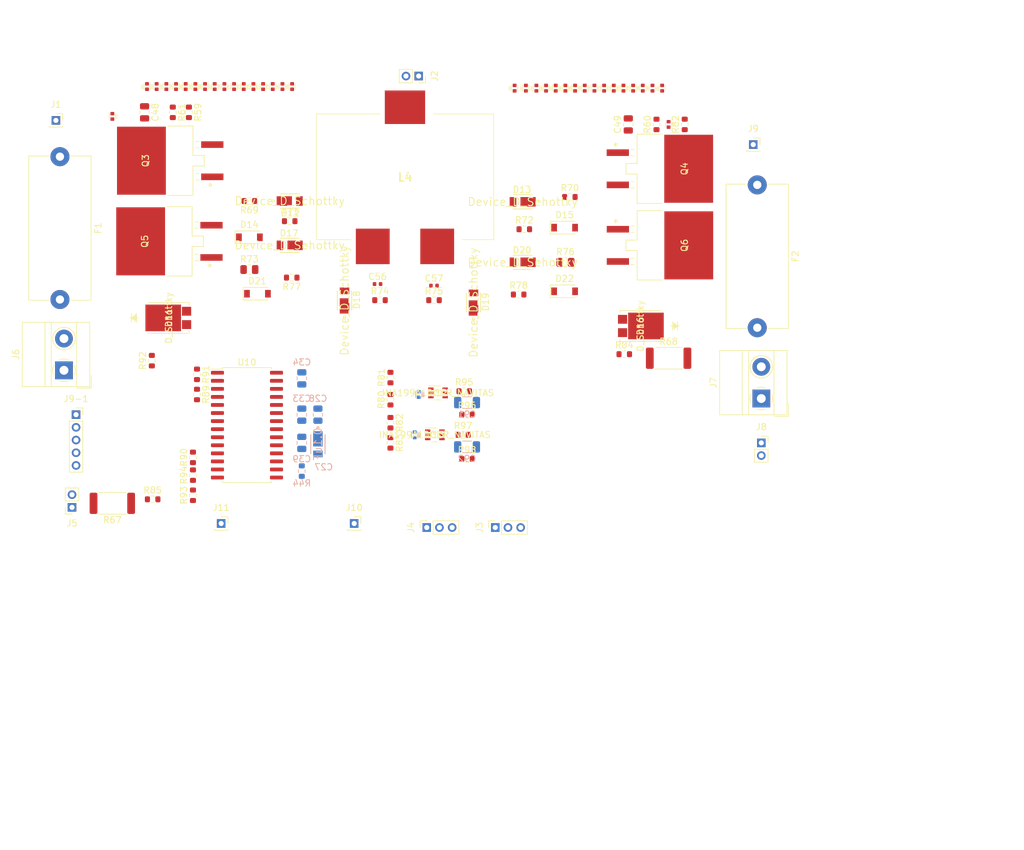
<source format=kicad_pcb>
(kicad_pcb (version 20171130) (host pcbnew "(5.1.10)-1")
  (layers (0 F.Cu signal) (31 B.Cu signal) (34 B.Paste user) (35 F.Paste user) (36 B.SilkS user) (37 F.SilkS user) (38 B.Mask user) (39 F.Mask user) (44 Edge.Cuts user))
  (net 0 "")
  (net 1 GND)
  (net 2 +5V)
  (net 3 "Net-(C28-Pad1)")
  (net 4 HSA)
  (net 5 "Net-(C34-Pad2)")
  (net 6 "Net-(C39-Pad2)")
  (net 7 HSB)
  (net 8 "Net-(C47-Pad2)")
  (net 9 Vin_Sense)
  (net 10 Vout_Sense)
  (net 11 "Net-(C50-Pad2)")
  (net 12 "Net-(C56-Pad1)")
  (net 13 "Net-(C57-Pad1)")
  (net 14 "Net-(C91-Pad2)")
  (net 15 "Net-(C91-Pad1)")
  (net 16 "Net-(C92-Pad1)")
  (net 17 "Net-(C92-Pad2)")
  (net 18 "Net-(D14-Pad2)")
  (net 19 HOA)
  (net 20 HOB)
  (net 21 "Net-(D15-Pad2)")
  (net 22 "Net-(D21-Pad2)")
  (net 23 LOA)
  (net 24 LOB)
  (net 25 "Net-(D22-Pad2)")
  (net 26 "Net-(F1-Pad2)")
  (net 27 "Net-(F2-Pad2)")
  (net 28 "Net-(J3-Pad3)")
  (net 29 "Net-(J3-Pad2)")
  (net 30 "Net-(J3-Pad1)")
  (net 31 "Net-(J4-Pad1)")
  (net 32 "Net-(J4-Pad2)")
  (net 33 "Net-(J4-Pad3)")
  (net 34 Iin_Sense-)
  (net 35 Iin_Sense+)
  (net 36 Iout_Sense+)
  (net 37 Iout_Sense-)
  (net 38 "Net-(J9-1-Pad1)")
  (net 39 "Net-(J9-1-Pad2)")
  (net 40 "Net-(J9-1-Pad3)")
  (net 41 "Net-(J9-1-Pad4)")
  (net 42 "Net-(J9-1-Pad5)")
  (net 43 "Net-(Q5-Pad1)")
  (net 44 "Net-(Q6-Pad1)")
  (net 45 "Net-(R44-Pad2)")
  (net 46 "Net-(R80-Pad2)")
  (net 47 "Net-(R82-Pad2)")
  (net 48 "Net-(R89-Pad1)")
  (net 49 "Net-(R90-Pad1)")
  (net 50 "Net-(R91-Pad2)")
  (net 51 "Net-(R92-Pad2)")
  (net 52 "Net-(R93-Pad1)")
  (net 53 "Net-(R94-Pad1)")
  (net 54 "Net-(U10-Pad4)")
  (net 55 "Net-(U10-Pad11)")
  (net 56 "Net-(U10-Pad15)")
  (module Connector_PinSocket_2.00mm:PinSocket_1x01_P2.00mm_Vertical (layer F.Cu) (at 129.54 123.19)
    (fp_text reference J11 (at 0 -2.5) (layer F.SilkS))
    (fp_text value 5V_conn)
    (pad 1 thru_hole rect (at 0 0) (size 1.35 1.35) (drill 0.8) (layers *.Cu *.Mask) (net 2 +5V))
  )
  (module IRF8010STRLPBF:IRF8010STRLPBF (layer F.Cu) (at 200.0377 79.375 270)
    (fp_text reference Q6 (at 0 -2.5 90) (layer F.SilkS))
    (fp_text value 2N7002)
    (fp_text user * (at -3.81 8.001 90) (layer F.SilkS))
    (fp_text user * (at -3.81 8.001 90) (layer F.SilkS))
    (pad 3 smd rect (at 0 -3.1623 270) (size 10.7188 7.6962) (layers F.Cu F.Paste F.Mask) (net 7 HSB))
    (pad 2 smd rect (at 2.54 8.001 270) (size 1.0414 3.5052) (layers F.Cu F.Paste F.Mask) (net 1 GND))
    (pad 1 smd rect (at -2.54 8.001 270) (size 1.0414 3.5052) (layers F.Cu F.Paste F.Mask) (net 44 "Net-(Q6-Pad1)"))
  )
  (module IRF8010STRLPBF:IRF8010STRLPBF (layer F.Cu) (at 200.025 67.31 270)
    (fp_text reference Q4 (at 0 -2.5 90) (layer F.SilkS))
    (fp_text value 2N7002)
    (fp_text user * (at -3.81 8.001 90) (layer F.SilkS))
    (fp_text user * (at -3.81 8.001 90) (layer F.SilkS))
    (pad 3 smd rect (at 0 -3.1623 270) (size 10.7188 7.6962) (layers F.Cu F.Paste F.Mask) (net 11 "Net-(C50-Pad2)"))
    (pad 2 smd rect (at 2.54 8.001 270) (size 1.0414 3.5052) (layers F.Cu F.Paste F.Mask) (net 7 HSB))
    (pad 1 smd rect (at -2.54 8.001 270) (size 1.0414 3.5052) (layers F.Cu F.Paste F.Mask) (net 21 "Net-(D15-Pad2)"))
  )
  (module IRF8010STRLPBF:IRF8010STRLPBF (layer F.Cu) (at 120.015 78.74 90)
    (fp_text reference Q5 (at 0 -2.5 90) (layer F.SilkS))
    (fp_text value 2N7002)
    (fp_text user * (at -3.81 8.001 90) (layer F.SilkS))
    (fp_text user * (at -3.81 8.001 90) (layer F.SilkS))
    (pad 3 smd rect (at 0 -3.1623 90) (size 10.7188 7.6962) (layers F.Cu F.Paste F.Mask) (net 4 HSA))
    (pad 2 smd rect (at 2.54 8.001 90) (size 1.0414 3.5052) (layers F.Cu F.Paste F.Mask) (net 1 GND))
    (pad 1 smd rect (at -2.54 8.001 90) (size 1.0414 3.5052) (layers F.Cu F.Paste F.Mask) (net 43 "Net-(Q5-Pad1)"))
  )
  (module IRF8010STRLPBF:IRF8010STRLPBF (layer F.Cu) (at 120.142 66.04 90)
    (fp_text reference Q3 (at 0 -2.5 90) (layer F.SilkS))
    (fp_text value 2N7002)
    (fp_text user * (at -3.81 8.001 90) (layer F.SilkS))
    (fp_text user * (at -3.81 8.001 90) (layer F.SilkS))
    (pad 3 smd rect (at 0 -3.1623 90) (size 10.7188 7.6962) (layers F.Cu F.Paste F.Mask) (net 8 "Net-(C47-Pad2)"))
    (pad 2 smd rect (at 2.54 8.001 90) (size 1.0414 3.5052) (layers F.Cu F.Paste F.Mask) (net 4 HSA))
    (pad 1 smd rect (at -2.54 8.001 90) (size 1.0414 3.5052) (layers F.Cu F.Paste F.Mask) (net 18 "Net-(D14-Pad2)"))
  )
  (module DFLS1200-7:Diodes_Inc.-PowerDI123-03_2017-0-MFG (layer B.Cu) (at 144.78 110.704999 90)
    (fp_text reference C27 (at -3.595001 -0.635 180) (layer B.SilkS) (effects (justify right mirror)))
    (fp_text value 0.1uF (at 0 0 90) (layer B.SilkS) (effects (font (size 1.27 1.27)) (justify mirror)))
    (pad 1 smd rect (at 0.849999 0 90) (size 2.4 1.5) (layers B.Cu B.Paste B.Mask) (net 1 GND))
    (pad 2 smd rect (at -1.525 0 90) (size 1.05 1.5) (layers B.Cu B.Paste B.Mask) (net 2 +5V))
  )
  (module Capacitor_SMD:C_0805_2012Metric (layer B.Cu) (at 144.78 106.045 90)
    (fp_text reference C28 (at 2.54 0 180) (layer B.SilkS) (effects (justify mirror)))
    (fp_text value 1uF)
    (pad 1 smd roundrect (at -0.95 0 90) (size 1 1.45) (layers B.Cu B.Paste B.Mask) (net 3 "Net-(C28-Pad1)"))
    (pad 2 smd roundrect (at 0.95 0 90) (size 1 1.45) (layers B.Cu B.Paste B.Mask) (net 1 GND))
  )
  (module Capacitor_SMD:C_0805_2012Metric (layer B.Cu) (at 142.24 106.045 90)
    (fp_text reference C33 (at 2.54 0) (layer B.SilkS) (effects (justify mirror)))
    (fp_text value 1uF)
    (pad 2 smd roundrect (at 0.95 0 90) (size 1 1.45) (layers B.Cu B.Paste B.Mask) (net 1 GND))
    (pad 1 smd roundrect (at -0.95 0 90) (size 1 1.45) (layers B.Cu B.Paste B.Mask) (net 3 "Net-(C28-Pad1)"))
  )
  (module Capacitor_SMD:C_0805_2012Metric (layer B.Cu) (at 142.24 100.33 270)
    (fp_text reference C34 (at -2.54 0) (layer B.SilkS) (effects (justify mirror)))
    (fp_text value 0.47uF)
    (pad 1 smd roundrect (at -0.95 0 270) (size 1 1.45) (layers B.Cu B.Paste B.Mask) (net 4 HSA))
    (pad 2 smd roundrect (at 0.95 0 270) (size 1 1.45) (layers B.Cu B.Paste B.Mask) (net 5 "Net-(C34-Pad2)"))
  )
  (module Capacitor_SMD:C_0805_2012Metric (layer B.Cu) (at 142.24 110.49 90)
    (fp_text reference C39 (at -2.54 0 180) (layer B.SilkS) (effects (justify mirror)))
    (fp_text value 0.47uF)
    (pad 2 smd roundrect (at 0.95 0 90) (size 1 1.45) (layers B.Cu B.Paste B.Mask) (net 6 "Net-(C39-Pad2)"))
    (pad 1 smd roundrect (at -0.95 0 90) (size 1 1.45) (layers B.Cu B.Paste B.Mask) (net 7 HSB))
  )
  (module CL05A225MQ5NNNC:CAPC1005X55N (layer F.Cu) (at 112.395 59.055 270)
    (fp_text reference C47 (at -0.038306 -0.758223 90) (layer F.SilkS) (effects (font (size 0.241854 0.241854))))
    (fp_text value 2.2uF)
    (pad 1 smd roundrect (at -0.43 0 270) (size 0.54 0.6) (layers F.Cu F.Paste F.Mask) (roundrect_rratio 0.14) (net 1 GND))
    (pad 2 smd roundrect (at 0.43 0 270) (size 0.54 0.6) (layers F.Cu F.Paste F.Mask) (roundrect_rratio 0.14) (net 8 "Net-(C47-Pad2)"))
  )
  (module Capacitor_SMD:C_0805_2012Metric (layer F.Cu) (at 117.475 58.42 270)
    (fp_text reference C48 (at 0 -1.68 90) (layer F.SilkS))
    (fp_text value .01uF)
    (pad 1 smd roundrect (at -0.95 0 270) (size 1 1.45) (layers F.Cu F.Paste F.Mask) (net 1 GND))
    (pad 2 smd roundrect (at 0.95 0 270) (size 1 1.45) (layers F.Cu F.Paste F.Mask) (net 9 Vin_Sense))
  )
  (module Capacitor_SMD:C_0805_2012Metric (layer F.Cu) (at 193.675 60.325 90)
    (fp_text reference C49 (at 0 -1.68 90) (layer F.SilkS))
    (fp_text value .01uF)
    (pad 2 smd roundrect (at 0.95 0 90) (size 1 1.45) (layers F.Cu F.Paste F.Mask) (net 10 Vout_Sense))
    (pad 1 smd roundrect (at -0.95 0 90) (size 1 1.45) (layers F.Cu F.Paste F.Mask) (net 1 GND))
  )
  (module CL05A225MQ5NNNC:CAPC1005X55N (layer F.Cu) (at 200.025 60.325 270)
    (fp_text reference C50 (at -0.038306 -0.758223 90) (layer F.SilkS) (effects (font (size 0.241854 0.241854))))
    (fp_text value 2.2uF)
    (pad 2 smd roundrect (at 0.43 0 270) (size 0.54 0.6) (layers F.Cu F.Paste F.Mask) (roundrect_rratio 0.14) (net 11 "Net-(C50-Pad2)"))
    (pad 1 smd roundrect (at -0.43 0 270) (size 0.54 0.6) (layers F.Cu F.Paste F.Mask) (roundrect_rratio 0.14) (net 1 GND))
  )
  (module CL05A225MQ5NNNC:CAPC1005X55N (layer F.Cu) (at 117.856 54.356 90)
    (fp_text reference C51 (at -0.038306 -0.758223 90) (layer F.SilkS) (effects (font (size 0.241854 0.241854))))
    (fp_text value 2.2uF)
    (pad 2 smd roundrect (at 0.43 0 90) (size 0.54 0.6) (layers F.Cu F.Paste F.Mask) (roundrect_rratio 0.14) (net 8 "Net-(C47-Pad2)"))
    (pad 1 smd roundrect (at -0.43 0 90) (size 0.54 0.6) (layers F.Cu F.Paste F.Mask) (roundrect_rratio 0.14) (net 1 GND))
  )
  (module CL05A225MQ5NNNC:CAPC1005X55N (layer F.Cu) (at 175.768 54.61 90)
    (fp_text reference C52 (at -0.038306 -0.758223 90) (layer F.SilkS) (effects (font (size 0.241854 0.241854))))
    (fp_text value 2.2uF)
    (pad 1 smd roundrect (at -0.43 0 90) (size 0.54 0.6) (layers F.Cu F.Paste F.Mask) (roundrect_rratio 0.14) (net 1 GND))
    (pad 2 smd roundrect (at 0.43 0 90) (size 0.54 0.6) (layers F.Cu F.Paste F.Mask) (roundrect_rratio 0.14) (net 11 "Net-(C50-Pad2)"))
  )
  (module CL05A225MQ5NNNC:CAPC1005X55N (layer F.Cu) (at 119.38 54.356 90)
    (fp_text reference C53 (at -0.038306 -0.758223 90) (layer F.SilkS) (effects (font (size 0.241854 0.241854))))
    (fp_text value 2.2uF)
    (pad 1 smd roundrect (at -0.43 0 90) (size 0.54 0.6) (layers F.Cu F.Paste F.Mask) (roundrect_rratio 0.14) (net 1 GND))
    (pad 2 smd roundrect (at 0.43 0 90) (size 0.54 0.6) (layers F.Cu F.Paste F.Mask) (roundrect_rratio 0.14) (net 8 "Net-(C47-Pad2)"))
  )
  (module CL05A225MQ5NNNC:CAPC1005X55N (layer F.Cu) (at 177.546 54.61 90)
    (fp_text reference C54 (at -0.038306 -0.758223 90) (layer F.SilkS) (effects (font (size 0.241854 0.241854))))
    (fp_text value 2.2uF)
    (pad 2 smd roundrect (at 0.43 0 90) (size 0.54 0.6) (layers F.Cu F.Paste F.Mask) (roundrect_rratio 0.14) (net 11 "Net-(C50-Pad2)"))
    (pad 1 smd roundrect (at -0.43 0 90) (size 0.54 0.6) (layers F.Cu F.Paste F.Mask) (roundrect_rratio 0.14) (net 1 GND))
  )
  (module CL05A225MQ5NNNC:CAPC1005X55N (layer F.Cu) (at 120.904 54.356 90)
    (fp_text reference C55 (at -0.038306 -0.758223 90) (layer F.SilkS) (effects (font (size 0.241854 0.241854))))
    (fp_text value 2.2uF)
    (pad 2 smd roundrect (at 0.43 0 90) (size 0.54 0.6) (layers F.Cu F.Paste F.Mask) (roundrect_rratio 0.14) (net 8 "Net-(C47-Pad2)"))
    (pad 1 smd roundrect (at -0.43 0 90) (size 0.54 0.6) (layers F.Cu F.Paste F.Mask) (roundrect_rratio 0.14) (net 1 GND))
  )
  (module Capacitor_SMD:C_0402_1005Metric (layer F.Cu) (at 154.178 85.471)
    (fp_text reference C56 (at 0 -1.16) (layer F.SilkS))
    (fp_text value 470pF)
    (pad 2 smd roundrect (at 0.48 0) (size 0.56 0.62) (layers F.Cu F.Paste F.Mask) (net 4 HSA))
    (pad 1 smd roundrect (at -0.48 0) (size 0.56 0.62) (layers F.Cu F.Paste F.Mask) (net 12 "Net-(C56-Pad1)"))
  )
  (module Capacitor_SMD:C_0402_1005Metric (layer F.Cu) (at 163.068 85.725)
    (fp_text reference C57 (at 0 -1.16) (layer F.SilkS))
    (fp_text value 470pF)
    (pad 1 smd roundrect (at -0.48 0) (size 0.56 0.62) (layers F.Cu F.Paste F.Mask) (net 13 "Net-(C57-Pad1)"))
    (pad 2 smd roundrect (at 0.48 0) (size 0.56 0.62) (layers F.Cu F.Paste F.Mask) (net 7 HSB))
  )
  (module CL05A225MQ5NNNC:CAPC1005X55N (layer F.Cu) (at 179.197 54.61 90)
    (fp_text reference C58 (at -0.038306 -0.758223 90) (layer F.SilkS) (effects (font (size 0.241854 0.241854))))
    (fp_text value 2.2uF)
    (pad 1 smd roundrect (at -0.43 0 90) (size 0.54 0.6) (layers F.Cu F.Paste F.Mask) (roundrect_rratio 0.14) (net 1 GND))
    (pad 2 smd roundrect (at 0.43 0 90) (size 0.54 0.6) (layers F.Cu F.Paste F.Mask) (roundrect_rratio 0.14) (net 11 "Net-(C50-Pad2)"))
  )
  (module CL05A225MQ5NNNC:CAPC1005X55N (layer F.Cu) (at 122.428 54.356 90)
    (fp_text reference C59 (at -0.038306 -0.758223 90) (layer F.SilkS) (effects (font (size 0.241854 0.241854))))
    (fp_text value 2.2uF)
    (pad 1 smd roundrect (at -0.43 0 90) (size 0.54 0.6) (layers F.Cu F.Paste F.Mask) (roundrect_rratio 0.14) (net 1 GND))
    (pad 2 smd roundrect (at 0.43 0 90) (size 0.54 0.6) (layers F.Cu F.Paste F.Mask) (roundrect_rratio 0.14) (net 8 "Net-(C47-Pad2)"))
  )
  (module CL05A225MQ5NNNC:CAPC1005X55N (layer F.Cu) (at 180.721 54.61 90)
    (fp_text reference C60 (at -0.038306 -0.758223 90) (layer F.SilkS) (effects (font (size 0.241854 0.241854))))
    (fp_text value 2.2uF)
    (pad 2 smd roundrect (at 0.43 0 90) (size 0.54 0.6) (layers F.Cu F.Paste F.Mask) (roundrect_rratio 0.14) (net 11 "Net-(C50-Pad2)"))
    (pad 1 smd roundrect (at -0.43 0 90) (size 0.54 0.6) (layers F.Cu F.Paste F.Mask) (roundrect_rratio 0.14) (net 1 GND))
  )
  (module CL05A225MQ5NNNC:CAPC1005X55N (layer F.Cu) (at 182.245 54.61 90)
    (fp_text reference C61 (at -0.038306 -0.758223 90) (layer F.SilkS) (effects (font (size 0.241854 0.241854))))
    (fp_text value 2.2uF)
    (pad 1 smd roundrect (at -0.43 0 90) (size 0.54 0.6) (layers F.Cu F.Paste F.Mask) (roundrect_rratio 0.14) (net 1 GND))
    (pad 2 smd roundrect (at 0.43 0 90) (size 0.54 0.6) (layers F.Cu F.Paste F.Mask) (roundrect_rratio 0.14) (net 11 "Net-(C50-Pad2)"))
  )
  (module CL05A225MQ5NNNC:CAPC1005X55N (layer F.Cu) (at 123.952 54.356 90)
    (fp_text reference C62 (at -0.038306 -0.758223 90) (layer F.SilkS) (effects (font (size 0.241854 0.241854))))
    (fp_text value 2.2uF)
    (pad 1 smd roundrect (at -0.43 0 90) (size 0.54 0.6) (layers F.Cu F.Paste F.Mask) (roundrect_rratio 0.14) (net 1 GND))
    (pad 2 smd roundrect (at 0.43 0 90) (size 0.54 0.6) (layers F.Cu F.Paste F.Mask) (roundrect_rratio 0.14) (net 8 "Net-(C47-Pad2)"))
  )
  (module CL05A225MQ5NNNC:CAPC1005X55N (layer F.Cu) (at 125.476 54.356 90)
    (fp_text reference C63 (at -0.038306 -0.758223 90) (layer F.SilkS) (effects (font (size 0.241854 0.241854))))
    (fp_text value 2.2uF)
    (pad 1 smd roundrect (at -0.43 0 90) (size 0.54 0.6) (layers F.Cu F.Paste F.Mask) (roundrect_rratio 0.14) (net 1 GND))
    (pad 2 smd roundrect (at 0.43 0 90) (size 0.54 0.6) (layers F.Cu F.Paste F.Mask) (roundrect_rratio 0.14) (net 8 "Net-(C47-Pad2)"))
  )
  (module CL05A225MQ5NNNC:CAPC1005X55N (layer F.Cu) (at 183.769 54.61 90)
    (fp_text reference C64 (at -0.038306 -0.758223 90) (layer F.SilkS) (effects (font (size 0.241854 0.241854))))
    (fp_text value 2.2uF)
    (pad 2 smd roundrect (at 0.43 0 90) (size 0.54 0.6) (layers F.Cu F.Paste F.Mask) (roundrect_rratio 0.14) (net 11 "Net-(C50-Pad2)"))
    (pad 1 smd roundrect (at -0.43 0 90) (size 0.54 0.6) (layers F.Cu F.Paste F.Mask) (roundrect_rratio 0.14) (net 1 GND))
  )
  (module CL05A225MQ5NNNC:CAPC1005X55N (layer F.Cu) (at 127 54.356 90)
    (fp_text reference C65 (at -0.038306 -0.758223 90) (layer F.SilkS) (effects (font (size 0.241854 0.241854))))
    (fp_text value 2.2uF)
    (pad 2 smd roundrect (at 0.43 0 90) (size 0.54 0.6) (layers F.Cu F.Paste F.Mask) (roundrect_rratio 0.14) (net 8 "Net-(C47-Pad2)"))
    (pad 1 smd roundrect (at -0.43 0 90) (size 0.54 0.6) (layers F.Cu F.Paste F.Mask) (roundrect_rratio 0.14) (net 1 GND))
  )
  (module CL05A225MQ5NNNC:CAPC1005X55N (layer F.Cu) (at 185.293 54.61 90)
    (fp_text reference C66 (at -0.038306 -0.758223 90) (layer F.SilkS) (effects (font (size 0.241854 0.241854))))
    (fp_text value 2.2uF)
    (pad 1 smd roundrect (at -0.43 0 90) (size 0.54 0.6) (layers F.Cu F.Paste F.Mask) (roundrect_rratio 0.14) (net 1 GND))
    (pad 2 smd roundrect (at 0.43 0 90) (size 0.54 0.6) (layers F.Cu F.Paste F.Mask) (roundrect_rratio 0.14) (net 11 "Net-(C50-Pad2)"))
  )
  (module CL05A225MQ5NNNC:CAPC1005X55N (layer F.Cu) (at 128.524 54.356 90)
    (fp_text reference C67 (at -0.038306 -0.758223 90) (layer F.SilkS) (effects (font (size 0.241854 0.241854))))
    (fp_text value 2.2uF)
    (pad 1 smd roundrect (at -0.43 0 90) (size 0.54 0.6) (layers F.Cu F.Paste F.Mask) (roundrect_rratio 0.14) (net 1 GND))
    (pad 2 smd roundrect (at 0.43 0 90) (size 0.54 0.6) (layers F.Cu F.Paste F.Mask) (roundrect_rratio 0.14) (net 8 "Net-(C47-Pad2)"))
  )
  (module CL05A225MQ5NNNC:CAPC1005X55N (layer F.Cu) (at 186.817 54.61 90)
    (fp_text reference C68 (at -0.038306 -0.758223 90) (layer F.SilkS) (effects (font (size 0.241854 0.241854))))
    (fp_text value 2.2uF)
    (pad 2 smd roundrect (at 0.43 0 90) (size 0.54 0.6) (layers F.Cu F.Paste F.Mask) (roundrect_rratio 0.14) (net 11 "Net-(C50-Pad2)"))
    (pad 1 smd roundrect (at -0.43 0 90) (size 0.54 0.6) (layers F.Cu F.Paste F.Mask) (roundrect_rratio 0.14) (net 1 GND))
  )
  (module CL05A225MQ5NNNC:CAPC1005X55N (layer F.Cu) (at 130.048 54.356 90)
    (fp_text reference C69 (at -0.038306 -0.758223 90) (layer F.SilkS) (effects (font (size 0.241854 0.241854))))
    (fp_text value 2.2uF)
    (pad 2 smd roundrect (at 0.43 0 90) (size 0.54 0.6) (layers F.Cu F.Paste F.Mask) (roundrect_rratio 0.14) (net 8 "Net-(C47-Pad2)"))
    (pad 1 smd roundrect (at -0.43 0 90) (size 0.54 0.6) (layers F.Cu F.Paste F.Mask) (roundrect_rratio 0.14) (net 1 GND))
  )
  (module CL05A225MQ5NNNC:CAPC1005X55N (layer F.Cu) (at 188.341 54.61 90)
    (fp_text reference C70 (at -0.038306 -0.758223 90) (layer F.SilkS) (effects (font (size 0.241854 0.241854))))
    (fp_text value 2.2uF)
    (pad 1 smd roundrect (at -0.43 0 90) (size 0.54 0.6) (layers F.Cu F.Paste F.Mask) (roundrect_rratio 0.14) (net 1 GND))
    (pad 2 smd roundrect (at 0.43 0 90) (size 0.54 0.6) (layers F.Cu F.Paste F.Mask) (roundrect_rratio 0.14) (net 11 "Net-(C50-Pad2)"))
  )
  (module CL05A225MQ5NNNC:CAPC1005X55N (layer F.Cu) (at 131.572 54.356 90)
    (fp_text reference C71 (at -0.038306 -0.758223 90) (layer F.SilkS) (effects (font (size 0.241854 0.241854))))
    (fp_text value 2.2uF)
    (pad 2 smd roundrect (at 0.43 0 90) (size 0.54 0.6) (layers F.Cu F.Paste F.Mask) (roundrect_rratio 0.14) (net 8 "Net-(C47-Pad2)"))
    (pad 1 smd roundrect (at -0.43 0 90) (size 0.54 0.6) (layers F.Cu F.Paste F.Mask) (roundrect_rratio 0.14) (net 1 GND))
  )
  (module CL05A225MQ5NNNC:CAPC1005X55N (layer F.Cu) (at 189.865 54.61 90)
    (fp_text reference C72 (at -0.038306 -0.758223 90) (layer F.SilkS) (effects (font (size 0.241854 0.241854))))
    (fp_text value 2.2uF)
    (pad 2 smd roundrect (at 0.43 0 90) (size 0.54 0.6) (layers F.Cu F.Paste F.Mask) (roundrect_rratio 0.14) (net 11 "Net-(C50-Pad2)"))
    (pad 1 smd roundrect (at -0.43 0 90) (size 0.54 0.6) (layers F.Cu F.Paste F.Mask) (roundrect_rratio 0.14) (net 1 GND))
  )
  (module CL05A225MQ5NNNC:CAPC1005X55N (layer F.Cu) (at 133.096 54.356 90)
    (fp_text reference C73 (at -0.038306 -0.758223 90) (layer F.SilkS) (effects (font (size 0.241854 0.241854))))
    (fp_text value 2.2uF)
    (pad 2 smd roundrect (at 0.43 0 90) (size 0.54 0.6) (layers F.Cu F.Paste F.Mask) (roundrect_rratio 0.14) (net 8 "Net-(C47-Pad2)"))
    (pad 1 smd roundrect (at -0.43 0 90) (size 0.54 0.6) (layers F.Cu F.Paste F.Mask) (roundrect_rratio 0.14) (net 1 GND))
  )
  (module CL05A225MQ5NNNC:CAPC1005X55N (layer F.Cu) (at 191.389 54.61 90)
    (fp_text reference C74 (at -0.038306 -0.758223 90) (layer F.SilkS) (effects (font (size 0.241854 0.241854))))
    (fp_text value 2.2uF)
    (pad 1 smd roundrect (at -0.43 0 90) (size 0.54 0.6) (layers F.Cu F.Paste F.Mask) (roundrect_rratio 0.14) (net 1 GND))
    (pad 2 smd roundrect (at 0.43 0 90) (size 0.54 0.6) (layers F.Cu F.Paste F.Mask) (roundrect_rratio 0.14) (net 11 "Net-(C50-Pad2)"))
  )
  (module CL05A225MQ5NNNC:CAPC1005X55N (layer F.Cu) (at 134.62 54.356 90)
    (fp_text reference C75 (at -0.038306 -0.758223 90) (layer F.SilkS) (effects (font (size 0.241854 0.241854))))
    (fp_text value 2.2uF)
    (pad 1 smd roundrect (at -0.43 0 90) (size 0.54 0.6) (layers F.Cu F.Paste F.Mask) (roundrect_rratio 0.14) (net 1 GND))
    (pad 2 smd roundrect (at 0.43 0 90) (size 0.54 0.6) (layers F.Cu F.Paste F.Mask) (roundrect_rratio 0.14) (net 8 "Net-(C47-Pad2)"))
  )
  (module CL05A225MQ5NNNC:CAPC1005X55N (layer F.Cu) (at 192.913 54.61 90)
    (fp_text reference C76 (at -0.038306 -0.758223 90) (layer F.SilkS) (effects (font (size 0.241854 0.241854))))
    (fp_text value 2.2uF)
    (pad 2 smd roundrect (at 0.43 0 90) (size 0.54 0.6) (layers F.Cu F.Paste F.Mask) (roundrect_rratio 0.14) (net 11 "Net-(C50-Pad2)"))
    (pad 1 smd roundrect (at -0.43 0 90) (size 0.54 0.6) (layers F.Cu F.Paste F.Mask) (roundrect_rratio 0.14) (net 1 GND))
  )
  (module CL05A225MQ5NNNC:CAPC1005X55N (layer F.Cu) (at 136.144 54.356 90)
    (fp_text reference C77 (at -0.038306 -0.758223 90) (layer F.SilkS) (effects (font (size 0.241854 0.241854))))
    (fp_text value 2.2uF)
    (pad 2 smd roundrect (at 0.43 0 90) (size 0.54 0.6) (layers F.Cu F.Paste F.Mask) (roundrect_rratio 0.14) (net 8 "Net-(C47-Pad2)"))
    (pad 1 smd roundrect (at -0.43 0 90) (size 0.54 0.6) (layers F.Cu F.Paste F.Mask) (roundrect_rratio 0.14) (net 1 GND))
  )
  (module CL05A225MQ5NNNC:CAPC1005X55N (layer F.Cu) (at 194.437 54.61 90)
    (fp_text reference C78 (at -0.038306 -0.758223 90) (layer F.SilkS) (effects (font (size 0.241854 0.241854))))
    (fp_text value 2.2uF)
    (pad 1 smd roundrect (at -0.43 0 90) (size 0.54 0.6) (layers F.Cu F.Paste F.Mask) (roundrect_rratio 0.14) (net 1 GND))
    (pad 2 smd roundrect (at 0.43 0 90) (size 0.54 0.6) (layers F.Cu F.Paste F.Mask) (roundrect_rratio 0.14) (net 11 "Net-(C50-Pad2)"))
  )
  (module CL05A225MQ5NNNC:CAPC1005X55N (layer F.Cu) (at 137.668 54.356 90)
    (fp_text reference C79 (at -0.038306 -0.758223 90) (layer F.SilkS) (effects (font (size 0.241854 0.241854))))
    (fp_text value 2.2uF)
    (pad 1 smd roundrect (at -0.43 0 90) (size 0.54 0.6) (layers F.Cu F.Paste F.Mask) (roundrect_rratio 0.14) (net 1 GND))
    (pad 2 smd roundrect (at 0.43 0 90) (size 0.54 0.6) (layers F.Cu F.Paste F.Mask) (roundrect_rratio 0.14) (net 8 "Net-(C47-Pad2)"))
  )
  (module CL05A225MQ5NNNC:CAPC1005X55N (layer F.Cu) (at 195.961 54.61 90)
    (fp_text reference C80 (at -0.038306 -0.758223 90) (layer F.SilkS) (effects (font (size 0.241854 0.241854))))
    (fp_text value 2.2uF)
    (pad 2 smd roundrect (at 0.43 0 90) (size 0.54 0.6) (layers F.Cu F.Paste F.Mask) (roundrect_rratio 0.14) (net 11 "Net-(C50-Pad2)"))
    (pad 1 smd roundrect (at -0.43 0 90) (size 0.54 0.6) (layers F.Cu F.Paste F.Mask) (roundrect_rratio 0.14) (net 1 GND))
  )
  (module CL05A225MQ5NNNC:CAPC1005X55N (layer F.Cu) (at 139.192 54.356 90)
    (fp_text reference C81 (at -0.038306 -0.758223 90) (layer F.SilkS) (effects (font (size 0.241854 0.241854))))
    (fp_text value 2.2uF)
    (pad 1 smd roundrect (at -0.43 0 90) (size 0.54 0.6) (layers F.Cu F.Paste F.Mask) (roundrect_rratio 0.14) (net 1 GND))
    (pad 2 smd roundrect (at 0.43 0 90) (size 0.54 0.6) (layers F.Cu F.Paste F.Mask) (roundrect_rratio 0.14) (net 8 "Net-(C47-Pad2)"))
  )
  (module CL05A225MQ5NNNC:CAPC1005X55N (layer F.Cu) (at 197.485 54.61 90)
    (fp_text reference C82 (at -0.038306 -0.758223 90) (layer F.SilkS) (effects (font (size 0.241854 0.241854))))
    (fp_text value 2.2uF)
    (pad 2 smd roundrect (at 0.43 0 90) (size 0.54 0.6) (layers F.Cu F.Paste F.Mask) (roundrect_rratio 0.14) (net 11 "Net-(C50-Pad2)"))
    (pad 1 smd roundrect (at -0.43 0 90) (size 0.54 0.6) (layers F.Cu F.Paste F.Mask) (roundrect_rratio 0.14) (net 1 GND))
  )
  (module CL05A225MQ5NNNC:CAPC1005X55N (layer F.Cu) (at 140.716 54.356 90)
    (fp_text reference C83 (at -0.038306 -0.758223 90) (layer F.SilkS) (effects (font (size 0.241854 0.241854))))
    (fp_text value 2.2uF)
    (pad 2 smd roundrect (at 0.43 0 90) (size 0.54 0.6) (layers F.Cu F.Paste F.Mask) (roundrect_rratio 0.14) (net 8 "Net-(C47-Pad2)"))
    (pad 1 smd roundrect (at -0.43 0 90) (size 0.54 0.6) (layers F.Cu F.Paste F.Mask) (roundrect_rratio 0.14) (net 1 GND))
  )
  (module CL05A225MQ5NNNC:CAPC1005X55N (layer F.Cu) (at 199.009 54.61 90)
    (fp_text reference C84 (at -0.038306 -0.758223 90) (layer F.SilkS) (effects (font (size 0.241854 0.241854))))
    (fp_text value 2.2uF)
    (pad 1 smd roundrect (at -0.43 0 90) (size 0.54 0.6) (layers F.Cu F.Paste F.Mask) (roundrect_rratio 0.14) (net 1 GND))
    (pad 2 smd roundrect (at 0.43 0 90) (size 0.54 0.6) (layers F.Cu F.Paste F.Mask) (roundrect_rratio 0.14) (net 11 "Net-(C50-Pad2)"))
  )
  (module CL05A104KA5NNNC:CAPC1005X55N (layer B.Cu) (at 160.655 102.87 90)
    (fp_text reference C89 (at -0.038306 0.758223 90) (layer B.SilkS) (effects (font (size 0.241854 0.241854)) (justify mirror)))
    (fp_text value .1uF)
    (pad 2 smd roundrect (at 0.43 0 90) (size 0.54 0.6) (layers B.Cu B.Paste B.Mask) (roundrect_rratio 0.14) (net 1 GND))
    (pad 1 smd roundrect (at -0.43 0 90) (size 0.54 0.6) (layers B.Cu B.Paste B.Mask) (roundrect_rratio 0.14) (net 2 +5V))
  )
  (module Capacitor_SMD:C_1206_3216Metric (layer B.Cu) (at 168.275 104.14)
    (fp_text reference C91 (at 0 1.85) (layer B.SilkS) (effects (justify mirror)))
    (fp_text value 10uF)
    (pad 2 smd roundrect (at 1.475 0) (size 1.15 1.8) (layers B.Cu B.Paste B.Mask) (roundrect_rratio 0.217391) (net 14 "Net-(C91-Pad2)"))
    (pad 1 smd roundrect (at -1.475 0) (size 1.15 1.8) (layers B.Cu B.Paste B.Mask) (roundrect_rratio 0.217391) (net 15 "Net-(C91-Pad1)"))
  )
  (module Capacitor_SMD:C_1206_3216Metric (layer B.Cu) (at 168.275 111.125)
    (fp_text reference C92 (at 0 1.85) (layer B.SilkS) (effects (justify mirror)))
    (fp_text value 10uF)
    (pad 1 smd roundrect (at -1.475 0) (size 1.15 1.8) (layers B.Cu B.Paste B.Mask) (roundrect_rratio 0.217391) (net 16 "Net-(C92-Pad1)"))
    (pad 2 smd roundrect (at 1.475 0) (size 1.15 1.8) (layers B.Cu B.Paste B.Mask) (roundrect_rratio 0.217391) (net 17 "Net-(C92-Pad2)"))
  )
  (module CL05A104KA5NNNC:CAPC1005X55N (layer B.Cu) (at 160.02 109.22 90)
    (fp_text reference C99 (at -0.038306 0.758223 90) (layer B.SilkS) (effects (font (size 0.241854 0.241854)) (justify mirror)))
    (fp_text value .1uF)
    (pad 1 smd roundrect (at -0.43 0 90) (size 0.54 0.6) (layers B.Cu B.Paste B.Mask) (roundrect_rratio 0.14) (net 2 +5V))
    (pad 2 smd roundrect (at 0.43 0 90) (size 0.54 0.6) (layers B.Cu B.Paste B.Mask) (roundrect_rratio 0.14) (net 1 GND))
  )
  (module fsv201:FSV10100V (layer F.Cu) (at 121.285 90.805 90)
    (fp_text reference D11 (at 0 0 90) (layer F.SilkS))
    (fp_text value D_Schottky (at 0 0 90) (layer F.SilkS))
    (fp_text user * (at 0 0 90) (layer F.SilkS))
    (pad 3 smd rect (at 0 -0.8763 180) (size 5.6134 4.191) (layers F.Cu F.Paste F.Mask))
    (pad 2 smd rect (at -1.05 2.8067 180) (size 1.4478 1.397) (layers F.Cu F.Paste F.Mask) (net 1 GND))
    (pad 1 smd rect (at 1.05 2.8067 180) (size 1.4478 1.397) (layers F.Cu F.Paste F.Mask) (net 8 "Net-(C47-Pad2)"))
  )
  (module DFLS1200-7:Diodes_Inc.-PowerDI123-03_2017-0-MFG (layer F.Cu) (at 140.335 72.39 180)
    (fp_text reference D12 (at -1.65 -1.915) (layer F.SilkS) (effects (justify right)))
    (fp_text value Device_D_Schottky (at 0 0) (layer F.SilkS) (effects (font (size 1.27 1.27))))
    (pad 2 smd rect (at -1.525 0 180) (size 1.05 1.5) (layers F.Cu F.Paste F.Mask) (net 4 HSA))
    (pad 1 smd rect (at 0.849999 0 180) (size 2.4 1.5) (layers F.Cu F.Paste F.Mask) (net 8 "Net-(C47-Pad2)"))
  )
  (module DFLS1200-7:Diodes_Inc.-PowerDI123-03_2017-0-MFG (layer F.Cu) (at 177.038 72.517)
    (fp_text reference D13 (at -1.65 -1.915) (layer F.SilkS) (effects (justify left)))
    (fp_text value Device_D_Schottky (at 0 0) (layer F.SilkS) (effects (font (size 1.27 1.27))))
    (pad 1 smd rect (at 0.849999 0) (size 2.4 1.5) (layers F.Cu F.Paste F.Mask) (net 11 "Net-(C50-Pad2)"))
    (pad 2 smd rect (at -1.525 0) (size 1.05 1.5) (layers F.Cu F.Paste F.Mask) (net 7 HSB))
  )
  (module Diode_SMD:D_SOD-123 (layer F.Cu) (at 133.985 78.105)
    (fp_text reference D14 (at 0 -2) (layer F.SilkS))
    (fp_text value Device_D_Schottky)
    (pad 2 smd rect (at 1.65 0) (size 0.9 1.2) (layers F.Cu F.Paste F.Mask) (net 18 "Net-(D14-Pad2)"))
    (pad 1 smd rect (at -1.65 0) (size 0.9 1.2) (layers F.Cu F.Paste F.Mask) (net 19 HOA))
  )
  (module Diode_SMD:D_SOD-123 (layer F.Cu) (at 183.642 76.581)
    (fp_text reference D15 (at 0 -2) (layer F.SilkS))
    (fp_text value D_Schottky)
    (pad 1 smd rect (at -1.65 0) (size 0.9 1.2) (layers F.Cu F.Paste F.Mask) (net 20 HOB))
    (pad 2 smd rect (at 1.65 0) (size 0.9 1.2) (layers F.Cu F.Paste F.Mask) (net 21 "Net-(D15-Pad2)"))
  )
  (module fsv201:FSV10100V (layer F.Cu) (at 195.58 92.075 270)
    (fp_text reference D16 (at 0 0 90) (layer F.SilkS))
    (fp_text value D_Schottky (at 0 0 90) (layer F.SilkS))
    (fp_text user * (at 0 0 90) (layer F.SilkS))
    (pad 1 smd rect (at 1.05 2.8067) (size 1.4478 1.397) (layers F.Cu F.Paste F.Mask) (net 11 "Net-(C50-Pad2)"))
    (pad 2 smd rect (at -1.05 2.8067) (size 1.4478 1.397) (layers F.Cu F.Paste F.Mask) (net 1 GND))
    (pad 3 smd rect (at 0 -0.8763) (size 5.6134 4.191) (layers F.Cu F.Paste F.Mask))
  )
  (module DFLS1200-7:Diodes_Inc.-PowerDI123-03_2017-0-MFG (layer F.Cu) (at 140.335 79.375)
    (fp_text reference D17 (at -1.65 -1.915) (layer F.SilkS) (effects (justify left)))
    (fp_text value Device_D_Schottky (at 0 0) (layer F.SilkS) (effects (font (size 1.27 1.27))))
    (pad 2 smd rect (at -1.525 0) (size 1.05 1.5) (layers F.Cu F.Paste F.Mask) (net 1 GND))
    (pad 1 smd rect (at 0.849999 0) (size 2.4 1.5) (layers F.Cu F.Paste F.Mask) (net 4 HSA))
  )
  (module DFLS1200-7:Diodes_Inc.-PowerDI123-03_2017-0-MFG (layer F.Cu) (at 148.971 88.068001 270)
    (fp_text reference D18 (at -1.65 -1.915 90) (layer F.SilkS) (effects (justify right)))
    (fp_text value Device_D_Schottky (at 0 0 90) (layer F.SilkS) (effects (font (size 1.27 1.27))))
    (pad 1 smd rect (at 0.849999 0 270) (size 2.4 1.5) (layers F.Cu F.Paste F.Mask) (net 1 GND))
    (pad 2 smd rect (at -1.525 0 270) (size 1.05 1.5) (layers F.Cu F.Paste F.Mask) (net 12 "Net-(C56-Pad1)"))
  )
  (module DFLS1200-7:Diodes_Inc.-PowerDI123-03_2017-0-MFG (layer F.Cu) (at 169.291 88.392 270)
    (fp_text reference D19 (at -1.65 -1.915 90) (layer F.SilkS) (effects (justify right)))
    (fp_text value Device_D_Schottky (at 0 0 90) (layer F.SilkS) (effects (font (size 1.27 1.27))))
    (pad 2 smd rect (at -1.525 0 270) (size 1.05 1.5) (layers F.Cu F.Paste F.Mask) (net 13 "Net-(C57-Pad1)"))
    (pad 1 smd rect (at 0.849999 0 270) (size 2.4 1.5) (layers F.Cu F.Paste F.Mask) (net 1 GND))
  )
  (module DFLS1200-7:Diodes_Inc.-PowerDI123-03_2017-0-MFG (layer F.Cu) (at 177.038 82.042)
    (fp_text reference D20 (at -1.65 -1.915) (layer F.SilkS) (effects (justify left)))
    (fp_text value Device_D_Schottky (at 0 0) (layer F.SilkS) (effects (font (size 1.27 1.27))))
    (pad 1 smd rect (at 0.849999 0) (size 2.4 1.5) (layers F.Cu F.Paste F.Mask) (net 7 HSB))
    (pad 2 smd rect (at -1.525 0) (size 1.05 1.5) (layers F.Cu F.Paste F.Mask) (net 1 GND))
  )
  (module Diode_SMD:D_SOD-123 (layer F.Cu) (at 135.255 86.995)
    (fp_text reference D21 (at 0 -2) (layer F.SilkS))
    (fp_text value D_Schottky)
    (pad 2 smd rect (at 1.65 0) (size 0.9 1.2) (layers F.Cu F.Paste F.Mask) (net 22 "Net-(D21-Pad2)"))
    (pad 1 smd rect (at -1.65 0) (size 0.9 1.2) (layers F.Cu F.Paste F.Mask) (net 23 LOA))
  )
  (module Diode_SMD:D_SOD-123 (layer F.Cu) (at 183.642 86.614)
    (fp_text reference D22 (at 0 -2) (layer F.SilkS))
    (fp_text value D_Schottky)
    (pad 1 smd rect (at -1.65 0) (size 0.9 1.2) (layers F.Cu F.Paste F.Mask) (net 24 LOB))
    (pad 2 smd rect (at 1.65 0) (size 0.9 1.2) (layers F.Cu F.Paste F.Mask) (net 25 "Net-(D22-Pad2)"))
  )
  (module Fuse:Fuseholder_Cylinder-5x20mm_Schurter_0031_8201_Horizontal_Open (layer F.Cu) (at 104.14 65.405 270)
    (fp_text reference F1 (at 11.25 -6 90) (layer F.SilkS))
    (fp_text value 10A)
    (pad 1 thru_hole circle (at 0 0 270) (size 3 3) (drill 1.3) (layers *.Cu *.Mask) (net 8 "Net-(C47-Pad2)"))
    (pad 2 thru_hole circle (at 22.5 0 270) (size 3 3) (drill 1.3) (layers *.Cu *.Mask) (net 26 "Net-(F1-Pad2)"))
    (pad "" np_thru_hole circle (at 11.25 0 270) (size 2.7 2.7) (drill 2.7) (layers *.Cu *.Mask))
  )
  (module Fuse:Fuseholder_Cylinder-5x20mm_Schurter_0031_8201_Horizontal_Open (layer F.Cu) (at 213.995 69.85 270)
    (fp_text reference F2 (at 11.25 -6 90) (layer F.SilkS))
    (fp_text value 10A)
    (pad "" np_thru_hole circle (at 11.25 0 270) (size 2.7 2.7) (drill 2.7) (layers *.Cu *.Mask))
    (pad 2 thru_hole circle (at 22.5 0 270) (size 3 3) (drill 1.3) (layers *.Cu *.Mask) (net 27 "Net-(F2-Pad2)"))
    (pad 1 thru_hole circle (at 0 0 270) (size 3 3) (drill 1.3) (layers *.Cu *.Mask) (net 11 "Net-(C50-Pad2)"))
  )
  (module Connector_PinSocket_2.00mm:PinSocket_1x01_P2.00mm_Vertical (layer F.Cu) (at 103.505 59.69)
    (fp_text reference J1 (at 0 -2.5) (layer F.SilkS))
    (fp_text value PV_IN)
    (pad 1 thru_hole rect (at 0 0) (size 1.35 1.35) (drill 0.8) (layers *.Cu *.Mask) (net 8 "Net-(C47-Pad2)"))
  )
  (module Connector_PinSocket_2.00mm:PinSocket_1x02_P2.00mm_Vertical (layer F.Cu) (at 160.655 52.705 270)
    (fp_text reference J2 (at 0 -2.5 90) (layer F.SilkS))
    (fp_text value Connector_Generic_Conn_01x02)
    (pad 1 thru_hole rect (at 0 0 270) (size 1.35 1.35) (drill 0.8) (layers *.Cu *.Mask) (net 10 Vout_Sense))
    (pad 2 thru_hole oval (at 0 2 270) (size 1.35 1.35) (drill 0.8) (layers *.Cu *.Mask) (net 9 Vin_Sense))
  )
  (module Connector_PinSocket_2.00mm:PinSocket_1x03_P2.00mm_Vertical (layer F.Cu) (at 172.72 123.825 90)
    (fp_text reference J3 (at 0 -2.5 90) (layer F.SilkS))
    (fp_text value Iin_sense_INA)
    (pad 3 thru_hole oval (at 0 4 90) (size 1.35 1.35) (drill 0.8) (layers *.Cu *.Mask) (net 28 "Net-(J3-Pad3)"))
    (pad 2 thru_hole oval (at 0 2 90) (size 1.35 1.35) (drill 0.8) (layers *.Cu *.Mask) (net 29 "Net-(J3-Pad2)"))
    (pad 1 thru_hole rect (at 0 0 90) (size 1.35 1.35) (drill 0.8) (layers *.Cu *.Mask) (net 30 "Net-(J3-Pad1)"))
  )
  (module Connector_PinSocket_2.00mm:PinSocket_1x03_P2.00mm_Vertical (layer F.Cu) (at 161.925 123.825 90)
    (fp_text reference J4 (at 0 -2.5 90) (layer F.SilkS))
    (fp_text value Iout_sense_INA)
    (pad 1 thru_hole rect (at 0 0 90) (size 1.35 1.35) (drill 0.8) (layers *.Cu *.Mask) (net 31 "Net-(J4-Pad1)"))
    (pad 2 thru_hole oval (at 0 2 90) (size 1.35 1.35) (drill 0.8) (layers *.Cu *.Mask) (net 32 "Net-(J4-Pad2)"))
    (pad 3 thru_hole oval (at 0 4 90) (size 1.35 1.35) (drill 0.8) (layers *.Cu *.Mask) (net 33 "Net-(J4-Pad3)"))
  )
  (module Connector_PinSocket_2.00mm:PinSocket_1x02_P2.00mm_Vertical (layer F.Cu) (at 106.045 120.65 180)
    (fp_text reference J5 (at 0 -2.5) (layer F.SilkS))
    (fp_text value Iin_sense)
    (pad 2 thru_hole oval (at 0 2 180) (size 1.35 1.35) (drill 0.8) (layers *.Cu *.Mask) (net 34 Iin_Sense-))
    (pad 1 thru_hole rect (at 0 0 180) (size 1.35 1.35) (drill 0.8) (layers *.Cu *.Mask) (net 35 Iin_Sense+))
  )
  (module TerminalBlock_MetzConnect:TerminalBlock_MetzConnect_Type011_RT05502HBWC_1x02_P5.00mm_Horizontal (layer F.Cu) (at 104.775 99.06 90)
    (fp_text reference J6 (at 2.5 -7.56 90) (layer F.SilkS))
    (fp_text value PV)
    (pad 2 thru_hole circle (at 5 0 90) (size 2.8 2.8) (drill 1.4) (layers *.Cu *.Mask) (net 26 "Net-(F1-Pad2)"))
    (pad 1 thru_hole rect (at 0 0 90) (size 2.8 2.8) (drill 1.4) (layers *.Cu *.Mask) (net 34 Iin_Sense-))
  )
  (module TerminalBlock_MetzConnect:TerminalBlock_MetzConnect_Type011_RT05502HBWC_1x02_P5.00mm_Horizontal (layer F.Cu) (at 214.63 103.505 90)
    (fp_text reference J7 (at 2.5 -7.56 90) (layer F.SilkS))
    (fp_text value BAT)
    (pad 1 thru_hole rect (at 0 0 90) (size 2.8 2.8) (drill 1.4) (layers *.Cu *.Mask) (net 36 Iout_Sense+))
    (pad 2 thru_hole circle (at 5 0 90) (size 2.8 2.8) (drill 1.4) (layers *.Cu *.Mask) (net 27 "Net-(F2-Pad2)"))
  )
  (module Connector_PinSocket_2.00mm:PinSocket_1x02_P2.00mm_Vertical (layer F.Cu) (at 214.63 110.49)
    (fp_text reference J8 (at 0 -2.5) (layer F.SilkS))
    (fp_text value Iout_sense)
    (pad 1 thru_hole rect (at 0 0) (size 1.35 1.35) (drill 0.8) (layers *.Cu *.Mask) (net 36 Iout_Sense+))
    (pad 2 thru_hole oval (at 0 2) (size 1.35 1.35) (drill 0.8) (layers *.Cu *.Mask) (net 37 Iout_Sense-))
  )
  (module Connector_PinSocket_2.00mm:PinSocket_1x01_P2.00mm_Vertical (layer F.Cu) (at 213.36 63.5)
    (fp_text reference J9 (at 0 -2.5) (layer F.SilkS))
    (fp_text value Vout)
    (pad 1 thru_hole rect (at 0 0) (size 1.35 1.35) (drill 0.8) (layers *.Cu *.Mask) (net 11 "Net-(C50-Pad2)"))
  )
  (module Connector_PinSocket_2.00mm:PinSocket_1x01_P2.00mm_Vertical (layer F.Cu) (at 150.495 123.19)
    (fp_text reference J10 (at 0 -2.5) (layer F.SilkS))
    (fp_text value 10V)
    (pad 1 thru_hole rect (at 0 0) (size 1.35 1.35) (drill 0.8) (layers *.Cu *.Mask) (net 3 "Net-(C28-Pad1)"))
  )
  (module Connector_PinSocket_2.00mm:PinSocket_1x05_P2.00mm_Vertical (layer F.Cu) (at 106.68 106.045)
    (fp_text reference J9-1 (at 0 -2.5) (layer F.SilkS))
    (fp_text value Connector_Generic_Conn_01x05)
    (pad 1 thru_hole rect (at 0 0) (size 1.35 1.35) (drill 0.8) (layers *.Cu *.Mask) (net 38 "Net-(J9-1-Pad1)"))
    (pad 2 thru_hole oval (at 0 2) (size 1.35 1.35) (drill 0.8) (layers *.Cu *.Mask) (net 39 "Net-(J9-1-Pad2)"))
    (pad 3 thru_hole oval (at 0 4) (size 1.35 1.35) (drill 0.8) (layers *.Cu *.Mask) (net 40 "Net-(J9-1-Pad3)"))
    (pad 4 thru_hole oval (at 0 6) (size 1.35 1.35) (drill 0.8) (layers *.Cu *.Mask) (net 41 "Net-(J9-1-Pad4)"))
    (pad 5 thru_hole oval (at 0 8) (size 1.35 1.35) (drill 0.8) (layers *.Cu *.Mask) (net 42 "Net-(J9-1-Pad5)"))
  )
  (module SER2915L-682KL_KiCad:SER2915L682KL (layer F.Cu) (at 158.496 68.58)
    (fp_text reference L4 (at 0.025 0.077) (layer F.SilkS) (effects (font (size 1.27 1.27) (thickness 0.254))))
    (fp_text value L_Core_Iron hide)
    (pad 1 smd rect (at -5.075 10.96) (size 5.33 5.59) (layers F.Cu F.Paste F.Mask) (net 4 HSA))
    (pad 2 smd rect (at 5.075 10.96) (size 5.33 5.59) (layers F.Cu F.Paste F.Mask) (net 7 HSB))
    (pad 3 smd rect (at 0 -10.96 90) (size 5.28 6.35) (layers F.Cu F.Paste F.Mask))
  )
  (module Resistor_SMD:R_0603_1608Metric (layer B.Cu) (at 142.24 114.935 270)
    (fp_text reference R44 (at 1.905 0) (layer B.SilkS) (effects (justify mirror)))
    (fp_text value 10k)
    (pad 1 smd roundrect (at -0.825 0 270) (size 0.8 0.95) (layers B.Cu B.Paste B.Mask) (net 1 GND))
    (pad 2 smd roundrect (at 0.825 0 270) (size 0.8 0.95) (layers B.Cu B.Paste B.Mask) (net 45 "Net-(R44-Pad2)"))
  )
  (module Resistor_SMD:R_0603_1608Metric (layer F.Cu) (at 124.46 58.42 270)
    (fp_text reference R59 (at 0 -1.43 90) (layer F.SilkS))
    (fp_text value 26.1k)
    (pad 1 smd roundrect (at -0.825 0 270) (size 0.8 0.95) (layers F.Cu F.Paste F.Mask) (net 8 "Net-(C47-Pad2)"))
    (pad 2 smd roundrect (at 0.825 0 270) (size 0.8 0.95) (layers F.Cu F.Paste F.Mask) (net 9 Vin_Sense))
  )
  (module Resistor_SMD:R_0603_1608Metric (layer F.Cu) (at 198.12 60.325 90)
    (fp_text reference R60 (at 0 -1.43 90) (layer F.SilkS))
    (fp_text value 26.1k)
    (pad 2 smd roundrect (at 0.825 0 90) (size 0.8 0.95) (layers F.Cu F.Paste F.Mask) (net 10 Vout_Sense))
    (pad 1 smd roundrect (at -0.825 0 90) (size 0.8 0.95) (layers F.Cu F.Paste F.Mask) (net 11 "Net-(C50-Pad2)"))
  )
  (module Resistor_SMD:R_0603_1608Metric (layer F.Cu) (at 121.92 58.42 270)
    (fp_text reference R61 (at 0 -1.43 90) (layer F.SilkS))
    (fp_text value 2k)
    (pad 1 smd roundrect (at -0.825 0 270) (size 0.8 0.95) (layers F.Cu F.Paste F.Mask) (net 1 GND))
    (pad 2 smd roundrect (at 0.825 0 270) (size 0.8 0.95) (layers F.Cu F.Paste F.Mask) (net 9 Vin_Sense))
  )
  (module Resistor_SMD:R_0603_1608Metric (layer F.Cu) (at 202.565 60.325 90)
    (fp_text reference R62 (at 0 -1.43 90) (layer F.SilkS))
    (fp_text value 2k)
    (pad 1 smd roundrect (at -0.825 0 90) (size 0.8 0.95) (layers F.Cu F.Paste F.Mask) (net 1 GND))
    (pad 2 smd roundrect (at 0.825 0 90) (size 0.8 0.95) (layers F.Cu F.Paste F.Mask) (net 10 Vout_Sense))
  )
  (module Resistor_SMD:R_2512_6332Metric (layer F.Cu) (at 112.395 120.015 180)
    (fp_text reference R67 (at 0 -2.62) (layer F.SilkS))
    (fp_text value .004)
    (pad 1 smd roundrect (at -2.9625 0 180) (size 1.225 3.35) (layers F.Cu F.Paste F.Mask) (roundrect_rratio 0.204082) (net 35 Iin_Sense+))
    (pad 2 smd roundrect (at 2.9625 0 180) (size 1.225 3.35) (layers F.Cu F.Paste F.Mask) (roundrect_rratio 0.204082) (net 34 Iin_Sense-))
  )
  (module Resistor_SMD:R_2512_6332Metric (layer F.Cu) (at 200.025 97.155)
    (fp_text reference R68 (at 0 -2.62) (layer F.SilkS))
    (fp_text value .004)
    (pad 2 smd roundrect (at 2.9625 0) (size 1.225 3.35) (layers F.Cu F.Paste F.Mask) (roundrect_rratio 0.204082) (net 36 Iout_Sense+))
    (pad 1 smd roundrect (at -2.9625 0) (size 1.225 3.35) (layers F.Cu F.Paste F.Mask) (roundrect_rratio 0.204082) (net 37 Iout_Sense-))
  )
  (module Resistor_SMD:R_0603_1608Metric (layer F.Cu) (at 133.985 72.39 180)
    (fp_text reference R69 (at 0 -1.43) (layer F.SilkS))
    (fp_text value 10)
    (pad 2 smd roundrect (at 0.825 0 180) (size 0.8 0.95) (layers F.Cu F.Paste F.Mask) (net 19 HOA))
    (pad 1 smd roundrect (at -0.825 0 180) (size 0.8 0.95) (layers F.Cu F.Paste F.Mask) (net 18 "Net-(D14-Pad2)"))
  )
  (module Resistor_SMD:R_0603_1608Metric (layer F.Cu) (at 184.468 71.755)
    (fp_text reference R70 (at 0 -1.43) (layer F.SilkS))
    (fp_text value 10)
    (pad 2 smd roundrect (at 0.825 0) (size 0.8 0.95) (layers F.Cu F.Paste F.Mask) (net 20 HOB))
    (pad 1 smd roundrect (at -0.825 0) (size 0.8 0.95) (layers F.Cu F.Paste F.Mask) (net 21 "Net-(D15-Pad2)"))
  )
  (module Resistor_SMD:R_0603_1608Metric (layer F.Cu) (at 140.335 75.565)
    (fp_text reference R71 (at 0 -1.43) (layer F.SilkS))
    (fp_text value 10k)
    (pad 2 smd roundrect (at 0.825 0) (size 0.8 0.95) (layers F.Cu F.Paste F.Mask) (net 18 "Net-(D14-Pad2)"))
    (pad 1 smd roundrect (at -0.825 0) (size 0.8 0.95) (layers F.Cu F.Paste F.Mask) (net 4 HSA))
  )
  (module Resistor_SMD:R_0603_1608Metric (layer F.Cu) (at 177.292 76.835)
    (fp_text reference R72 (at 0 -1.43) (layer F.SilkS))
    (fp_text value 10k)
    (pad 1 smd roundrect (at -0.825 0) (size 0.8 0.95) (layers F.Cu F.Paste F.Mask) (net 7 HSB))
    (pad 2 smd roundrect (at 0.825 0) (size 0.8 0.95) (layers F.Cu F.Paste F.Mask) (net 21 "Net-(D15-Pad2)"))
  )
  (module Resistor_SMD:R_0805_2012Metric (layer F.Cu) (at 133.985 83.185)
    (fp_text reference R73 (at 0 -1.65) (layer F.SilkS))
    (fp_text value 4.99)
    (pad 1 smd roundrect (at -0.9125 0) (size 1.025 1.4) (layers F.Cu F.Paste F.Mask) (roundrect_rratio 0.243902) (net 43 "Net-(Q5-Pad1)"))
    (pad 2 smd roundrect (at 0.9125 0) (size 1.025 1.4) (layers F.Cu F.Paste F.Mask) (roundrect_rratio 0.243902) (net 23 LOA))
  )
  (module Resistor_SMD:R_0603_1608Metric (layer F.Cu) (at 154.559 88.011)
    (fp_text reference R74 (at 0 -1.43) (layer F.SilkS))
    (fp_text value 10)
    (pad 2 smd roundrect (at 0.825 0) (size 0.8 0.95) (layers F.Cu F.Paste F.Mask) (net 12 "Net-(C56-Pad1)"))
    (pad 1 smd roundrect (at -0.825 0) (size 0.8 0.95) (layers F.Cu F.Paste F.Mask) (net 1 GND))
  )
  (module Resistor_SMD:R_0603_1608Metric (layer F.Cu) (at 163.068 88.011)
    (fp_text reference R75 (at 0 -1.43) (layer F.SilkS))
    (fp_text value 10)
    (pad 1 smd roundrect (at -0.825 0) (size 0.8 0.95) (layers F.Cu F.Paste F.Mask) (net 1 GND))
    (pad 2 smd roundrect (at 0.825 0) (size 0.8 0.95) (layers F.Cu F.Paste F.Mask) (net 13 "Net-(C57-Pad1)"))
  )
  (module Resistor_SMD:R_0805_2012Metric (layer F.Cu) (at 183.769 82.042)
    (fp_text reference R76 (at 0 -1.65) (layer F.SilkS))
    (fp_text value 4.99)
    (pad 2 smd roundrect (at 0.9125 0) (size 1.025 1.4) (layers F.Cu F.Paste F.Mask) (roundrect_rratio 0.243902) (net 24 LOB))
    (pad 1 smd roundrect (at -0.9125 0) (size 1.025 1.4) (layers F.Cu F.Paste F.Mask) (roundrect_rratio 0.243902) (net 44 "Net-(Q6-Pad1)"))
  )
  (module Resistor_SMD:R_0603_1608Metric (layer F.Cu) (at 140.653 84.455 180)
    (fp_text reference R77 (at 0 -1.43) (layer F.SilkS))
    (fp_text value 10k)
    (pad 1 smd roundrect (at -0.825 0 180) (size 0.8 0.95) (layers F.Cu F.Paste F.Mask) (net 1 GND))
    (pad 2 smd roundrect (at 0.825 0 180) (size 0.8 0.95) (layers F.Cu F.Paste F.Mask) (net 22 "Net-(D21-Pad2)"))
  )
  (module Resistor_SMD:R_0603_1608Metric (layer F.Cu) (at 176.403 87.122)
    (fp_text reference R78 (at 0 -1.43) (layer F.SilkS))
    (fp_text value 10k)
    (pad 2 smd roundrect (at 0.825 0) (size 0.8 0.95) (layers F.Cu F.Paste F.Mask) (net 25 "Net-(D22-Pad2)"))
    (pad 1 smd roundrect (at -0.825 0) (size 0.8 0.95) (layers F.Cu F.Paste F.Mask) (net 1 GND))
  )
  (module Resistor_SMD:R_0603_1608Metric (layer F.Cu) (at 156.21 103.695 90)
    (fp_text reference R80 (at 0 -1.43 90) (layer F.SilkS))
    (fp_text value 10k)
    (pad 1 smd roundrect (at -0.825 0 90) (size 0.8 0.95) (layers F.Cu F.Paste F.Mask) (net 1 GND))
    (pad 2 smd roundrect (at 0.825 0 90) (size 0.8 0.95) (layers F.Cu F.Paste F.Mask) (net 46 "Net-(R80-Pad2)"))
  )
  (module Resistor_SMD:R_0603_1608Metric (layer F.Cu) (at 156.21 100.203 90)
    (fp_text reference R81 (at 0 -1.43 90) (layer F.SilkS))
    (fp_text value DNP)
    (pad 2 smd roundrect (at 0.825 0 90) (size 0.8 0.95) (layers F.Cu F.Paste F.Mask) (net 2 +5V))
    (pad 1 smd roundrect (at -0.825 0 90) (size 0.8 0.95) (layers F.Cu F.Paste F.Mask) (net 46 "Net-(R80-Pad2)"))
  )
  (module Resistor_SMD:R_0603_1608Metric (layer F.Cu) (at 156.21 107.315 270)
    (fp_text reference R82 (at 0 -1.43 90) (layer F.SilkS))
    (fp_text value 10k)
    (pad 1 smd roundrect (at -0.825 0 270) (size 0.8 0.95) (layers F.Cu F.Paste F.Mask) (net 1 GND))
    (pad 2 smd roundrect (at 0.825 0 270) (size 0.8 0.95) (layers F.Cu F.Paste F.Mask) (net 47 "Net-(R82-Pad2)"))
  )
  (module Resistor_SMD:R_0603_1608Metric (layer F.Cu) (at 156.21 110.49 270)
    (fp_text reference R83 (at 0 -1.43 90) (layer F.SilkS))
    (fp_text value DNP)
    (pad 2 smd roundrect (at 0.825 0 270) (size 0.8 0.95) (layers F.Cu F.Paste F.Mask) (net 2 +5V))
    (pad 1 smd roundrect (at -0.825 0 270) (size 0.8 0.95) (layers F.Cu F.Paste F.Mask) (net 47 "Net-(R82-Pad2)"))
  )
  (module Resistor_SMD:R_0603_1608Metric (layer F.Cu) (at 193.04 96.52)
    (fp_text reference R84 (at 0 -1.43) (layer F.SilkS))
    (fp_text value short)
    (pad 2 smd roundrect (at 0.825 0) (size 0.8 0.95) (layers F.Cu F.Paste F.Mask) (net 1 GND))
    (pad 1 smd roundrect (at -0.825 0) (size 0.8 0.95) (layers F.Cu F.Paste F.Mask) (net 37 Iout_Sense-))
  )
  (module Resistor_SMD:R_0603_1608Metric (layer F.Cu) (at 118.745 119.38)
    (fp_text reference R85 (at 0 -1.43) (layer F.SilkS))
    (fp_text value short)
    (pad 1 smd roundrect (at -0.825 0) (size 0.8 0.95) (layers F.Cu F.Paste F.Mask) (net 35 Iin_Sense+))
    (pad 2 smd roundrect (at 0.825 0) (size 0.8 0.95) (layers F.Cu F.Paste F.Mask) (net 1 GND))
  )
  (module Resistor_SMD:R_0603_1608Metric (layer F.Cu) (at 125.73 102.87 270)
    (fp_text reference R89 (at 0 -1.43 90) (layer F.SilkS))
    (fp_text value 0)
    (pad 1 smd roundrect (at -0.825 0 270) (size 0.8 0.95) (layers F.Cu F.Paste F.Mask) (net 48 "Net-(R89-Pad1)"))
    (pad 2 smd roundrect (at 0.825 0 270) (size 0.8 0.95) (layers F.Cu F.Paste F.Mask) (net 1 GND))
  )
  (module Resistor_SMD:R_0603_1608Metric (layer F.Cu) (at 125.095 112.776 90)
    (fp_text reference R90 (at 0 -1.43 90) (layer F.SilkS))
    (fp_text value 0)
    (pad 2 smd roundrect (at 0.825 0 90) (size 0.8 0.95) (layers F.Cu F.Paste F.Mask) (net 1 GND))
    (pad 1 smd roundrect (at -0.825 0 90) (size 0.8 0.95) (layers F.Cu F.Paste F.Mask) (net 49 "Net-(R90-Pad1)"))
  )
  (module Resistor_SMD:R_0603_1608Metric (layer F.Cu) (at 125.73 99.695 270)
    (fp_text reference R91 (at 0 -1.43 90) (layer F.SilkS))
    (fp_text value 0)
    (pad 1 smd roundrect (at -0.825 0 270) (size 0.8 0.95) (layers F.Cu F.Paste F.Mask) (net 1 GND))
    (pad 2 smd roundrect (at 0.825 0 270) (size 0.8 0.95) (layers F.Cu F.Paste F.Mask) (net 50 "Net-(R91-Pad2)"))
  )
  (module Resistor_SMD:R_0603_1608Metric (layer F.Cu) (at 118.618 97.536 90)
    (fp_text reference R92 (at 0 -1.43 90) (layer F.SilkS))
    (fp_text value 0)
    (pad 1 smd roundrect (at -0.825 0 90) (size 0.8 0.95) (layers F.Cu F.Paste F.Mask) (net 1 GND))
    (pad 2 smd roundrect (at 0.825 0 90) (size 0.8 0.95) (layers F.Cu F.Paste F.Mask) (net 51 "Net-(R92-Pad2)"))
  )
  (module Resistor_SMD:R_0603_1608Metric (layer F.Cu) (at 125.095 118.745 90)
    (fp_text reference R93 (at 0 -1.43 90) (layer F.SilkS))
    (fp_text value 0)
    (pad 2 smd roundrect (at 0.825 0 90) (size 0.8 0.95) (layers F.Cu F.Paste F.Mask) (net 1 GND))
    (pad 1 smd roundrect (at -0.825 0 90) (size 0.8 0.95) (layers F.Cu F.Paste F.Mask) (net 52 "Net-(R93-Pad1)"))
  )
  (module Resistor_SMD:R_0603_1608Metric (layer F.Cu) (at 125.095 115.57 90)
    (fp_text reference R94 (at 0 -1.43 90) (layer F.SilkS))
    (fp_text value 0)
    (pad 2 smd roundrect (at 0.825 0 90) (size 0.8 0.95) (layers F.Cu F.Paste F.Mask) (net 1 GND))
    (pad 1 smd roundrect (at -0.825 0 90) (size 0.8 0.95) (layers F.Cu F.Paste F.Mask) (net 53 "Net-(R94-Pad1)"))
  )
  (module Resistor_SMD:R_0603_1608Metric (layer F.Cu) (at 167.83 102.362)
    (fp_text reference R95 (at 0 -1.43) (layer F.SilkS))
    (fp_text value 10)
    (pad 2 smd roundrect (at 0.825 0) (size 0.8 0.95) (layers F.Cu F.Paste F.Mask) (net 29 "Net-(J3-Pad2)"))
    (pad 1 smd roundrect (at -0.825 0) (size 0.8 0.95) (layers F.Cu F.Paste F.Mask) (net 14 "Net-(C91-Pad2)"))
  )
  (module Resistor_SMD:R_0603_1608Metric (layer F.Cu) (at 168.275 106.045)
    (fp_text reference R96 (at 0 -1.43) (layer F.SilkS))
    (fp_text value 10)
    (pad 1 smd roundrect (at -0.825 0) (size 0.8 0.95) (layers F.Cu F.Paste F.Mask) (net 15 "Net-(C91-Pad1)"))
    (pad 2 smd roundrect (at 0.825 0) (size 0.8 0.95) (layers F.Cu F.Paste F.Mask) (net 28 "Net-(J3-Pad3)"))
  )
  (module Resistor_SMD:R_0603_1608Metric (layer F.Cu) (at 167.64 109.22)
    (fp_text reference R97 (at 0 -1.43) (layer F.SilkS))
    (fp_text value 10)
    (pad 2 smd roundrect (at 0.825 0) (size 0.8 0.95) (layers F.Cu F.Paste F.Mask) (net 32 "Net-(J4-Pad2)"))
    (pad 1 smd roundrect (at -0.825 0) (size 0.8 0.95) (layers F.Cu F.Paste F.Mask) (net 17 "Net-(C92-Pad2)"))
  )
  (module Resistor_SMD:R_0603_1608Metric (layer F.Cu) (at 168.275 113.03)
    (fp_text reference R98 (at 0 -1.43) (layer F.SilkS))
    (fp_text value 10)
    (pad 1 smd roundrect (at -0.825 0) (size 0.8 0.95) (layers F.Cu F.Paste F.Mask) (net 16 "Net-(C92-Pad1)"))
    (pad 2 smd roundrect (at 0.825 0) (size 0.8 0.95) (layers F.Cu F.Paste F.Mask) (net 33 "Net-(J4-Pad3)"))
  )
  (module Package_SO:SOIC-28W_7.5x17.9mm_P1.27mm (layer F.Cu) (at 133.604 107.696)
    (fp_text reference U10 (at 0 -9.9) (layer F.SilkS))
    (fp_text value Driver_FET_SM72295MA_Navitas)
    (pad 1 smd roundrect (at -4.65 -8.255) (size 2.05 0.6) (layers F.Cu F.Paste F.Mask) (net 51 "Net-(R92-Pad2)"))
    (pad 2 smd roundrect (at -4.65 -6.985) (size 2.05 0.6) (layers F.Cu F.Paste F.Mask) (net 50 "Net-(R91-Pad2)"))
    (pad 3 smd roundrect (at -4.65 -5.715) (size 2.05 0.6) (layers F.Cu F.Paste F.Mask) (net 48 "Net-(R89-Pad1)"))
    (pad 4 smd roundrect (at -4.65 -4.445) (size 2.05 0.6) (layers F.Cu F.Paste F.Mask) (net 54 "Net-(U10-Pad4)"))
    (pad 5 smd roundrect (at -4.65 -3.175) (size 2.05 0.6) (layers F.Cu F.Paste F.Mask) (net 1 GND))
    (pad 6 smd roundrect (at -4.65 -1.905) (size 2.05 0.6) (layers F.Cu F.Paste F.Mask) (net 38 "Net-(J9-1-Pad1)"))
    (pad 7 smd roundrect (at -4.65 -0.635) (size 2.05 0.6) (layers F.Cu F.Paste F.Mask) (net 39 "Net-(J9-1-Pad2)"))
    (pad 8 smd roundrect (at -4.65 0.635) (size 2.05 0.6) (layers F.Cu F.Paste F.Mask) (net 40 "Net-(J9-1-Pad3)"))
    (pad 9 smd roundrect (at -4.65 1.905) (size 2.05 0.6) (layers F.Cu F.Paste F.Mask) (net 41 "Net-(J9-1-Pad4)"))
    (pad 10 smd roundrect (at -4.65 3.175) (size 2.05 0.6) (layers F.Cu F.Paste F.Mask) (net 42 "Net-(J9-1-Pad5)"))
    (pad 11 smd roundrect (at -4.65 4.445) (size 2.05 0.6) (layers F.Cu F.Paste F.Mask) (net 55 "Net-(U10-Pad11)"))
    (pad 12 smd roundrect (at -4.65 5.715) (size 2.05 0.6) (layers F.Cu F.Paste F.Mask) (net 49 "Net-(R90-Pad1)"))
    (pad 13 smd roundrect (at -4.65 6.985) (size 2.05 0.6) (layers F.Cu F.Paste F.Mask) (net 53 "Net-(R94-Pad1)"))
    (pad 14 smd roundrect (at -4.65 8.255) (size 2.05 0.6) (layers F.Cu F.Paste F.Mask) (net 52 "Net-(R93-Pad1)"))
    (pad 15 smd roundrect (at 4.65 8.255) (size 2.05 0.6) (layers F.Cu F.Paste F.Mask) (net 56 "Net-(U10-Pad15)"))
    (pad 16 smd roundrect (at 4.65 6.985) (size 2.05 0.6) (layers F.Cu F.Paste F.Mask) (net 45 "Net-(R44-Pad2)"))
    (pad 17 smd roundrect (at 4.65 5.715) (size 2.05 0.6) (layers F.Cu F.Paste F.Mask) (net 2 +5V))
    (pad 18 smd roundrect (at 4.65 4.445) (size 2.05 0.6) (layers F.Cu F.Paste F.Mask) (net 7 HSB))
    (pad 19 smd roundrect (at 4.65 3.175) (size 2.05 0.6) (layers F.Cu F.Paste F.Mask) (net 20 HOB))
    (pad 20 smd roundrect (at 4.65 1.905) (size 2.05 0.6) (layers F.Cu F.Paste F.Mask) (net 6 "Net-(C39-Pad2)"))
    (pad 21 smd roundrect (at 4.65 0.635) (size 2.05 0.6) (layers F.Cu F.Paste F.Mask) (net 3 "Net-(C28-Pad1)"))
    (pad 22 smd roundrect (at 4.65 -0.635) (size 2.05 0.6) (layers F.Cu F.Paste F.Mask) (net 24 LOB))
    (pad 23 smd roundrect (at 4.65 -1.905) (size 2.05 0.6) (layers F.Cu F.Paste F.Mask) (net 1 GND))
    (pad 24 smd roundrect (at 4.65 -3.175) (size 2.05 0.6) (layers F.Cu F.Paste F.Mask) (net 23 LOA))
    (pad 25 smd roundrect (at 4.65 -4.445) (size 2.05 0.6) (layers F.Cu F.Paste F.Mask) (net 3 "Net-(C28-Pad1)"))
    (pad 26 smd roundrect (at 4.65 -5.715) (size 2.05 0.6) (layers F.Cu F.Paste F.Mask) (net 5 "Net-(C34-Pad2)"))
    (pad 27 smd roundrect (at 4.65 -6.985) (size 2.05 0.6) (layers F.Cu F.Paste F.Mask) (net 19 HOA))
    (pad 28 smd roundrect (at 4.65 -8.255) (size 2.05 0.6) (layers F.Cu F.Paste F.Mask) (net 4 HSA))
  )
  (module INA214CIDCKR:INA214CIDCKR (layer F.Cu) (at 163.703 102.616)
    (fp_text reference U12 (at 0 0) (layer F.SilkS))
    (fp_text value INA199A1DCKR_NAVITAS (at 0 0) (layer F.SilkS))
    (fp_text user * (at 0 0) (layer F.SilkS))
    (pad 6 smd rect (at 1.125002 -0.650001 90) (size 0.399999 0.850001) (layers F.Cu F.Paste F.Mask) (net 30 "Net-(J3-Pad1)"))
    (pad 5 smd rect (at 1.125002 0 90) (size 0.399999 0.850001) (layers F.Cu F.Paste F.Mask) (net 14 "Net-(C91-Pad2)"))
    (pad 4 smd rect (at 1.125002 0.649999 90) (size 0.399999 0.850001) (layers F.Cu F.Paste F.Mask) (net 15 "Net-(C91-Pad1)"))
    (pad 3 smd rect (at -1.124999 0.649999 90) (size 0.399999 0.850001) (layers F.Cu F.Paste F.Mask) (net 2 +5V))
    (pad 2 smd rect (at -1.124999 0 90) (size 0.399999 0.850001) (layers F.Cu F.Paste F.Mask) (net 1 GND))
    (pad 1 smd rect (at -1.124999 -0.650001 90) (size 0.399999 0.850001) (layers F.Cu F.Paste F.Mask) (net 46 "Net-(R80-Pad2)"))
  )
  (module INA214CIDCKR:INA214CIDCKR (layer F.Cu) (at 163.195 109.22)
    (fp_text reference U13 (at 0 0) (layer F.SilkS))
    (fp_text value INA199A1DCKR_NAVITAS (at 0 0) (layer F.SilkS))
    (fp_text user * (at 0 0) (layer F.SilkS))
    (pad 1 smd rect (at -1.124999 -0.650001 90) (size 0.399999 0.850001) (layers F.Cu F.Paste F.Mask) (net 47 "Net-(R82-Pad2)"))
    (pad 2 smd rect (at -1.124999 0 90) (size 0.399999 0.850001) (layers F.Cu F.Paste F.Mask) (net 1 GND))
    (pad 3 smd rect (at -1.124999 0.649999 90) (size 0.399999 0.850001) (layers F.Cu F.Paste F.Mask) (net 2 +5V))
    (pad 4 smd rect (at 1.125002 0.649999 90) (size 0.399999 0.850001) (layers F.Cu F.Paste F.Mask) (net 16 "Net-(C92-Pad1)"))
    (pad 5 smd rect (at 1.125002 0 90) (size 0.399999 0.850001) (layers F.Cu F.Paste F.Mask) (net 17 "Net-(C92-Pad2)"))
    (pad 6 smd rect (at 1.125002 -0.650001 90) (size 0.399999 0.850001) (layers F.Cu F.Paste F.Mask) (net 31 "Net-(J4-Pad1)"))
  )
)
</source>
